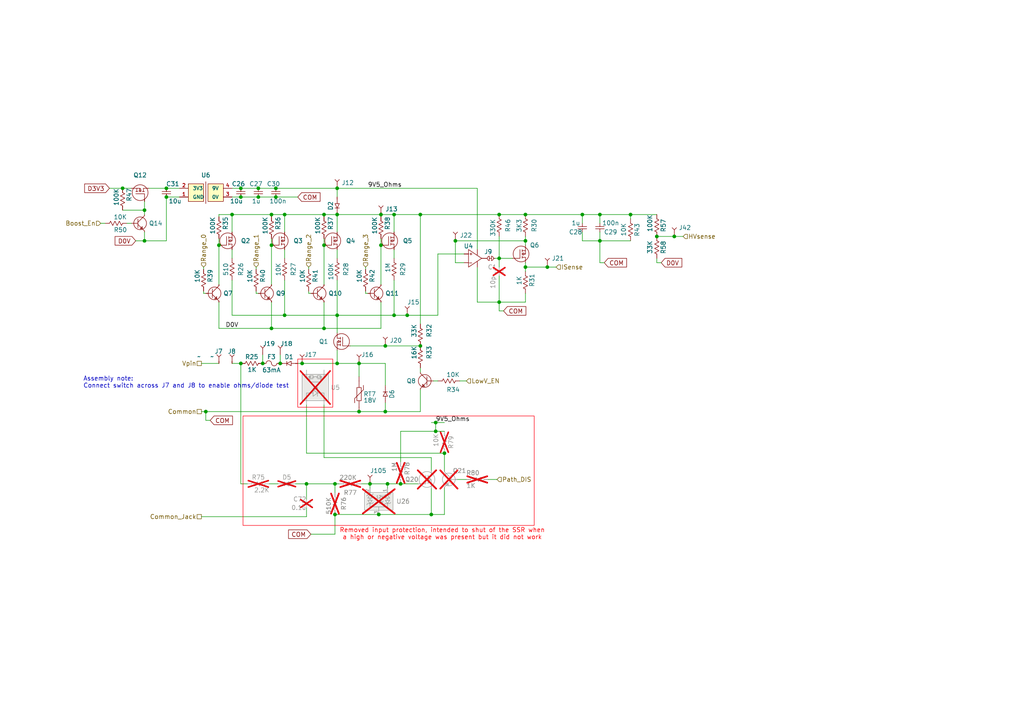
<source format=kicad_sch>
(kicad_sch (version 20231120) (generator "eeschema") (generator_version "8.0")
  (paper "A4")
  (junction (at 121.92 62.23))
  (junction (at 158.75 77.47))
  (junction (at 35.56 54.61))
  (junction (at 67.31 62.23))
  (junction (at 69.85 57.15))
  (junction (at 63.5 71.12))
  (junction (at 144.78 87.63))
  (junction (at 59.69 119.38))
  (junction (at 48.26 57.15))
  (junction (at 76.2 105.41))
  (junction (at 109.855 149.225))
  (junction (at 144.78 62.23))
  (junction (at 195.58 68.58))
  (junction (at 97.79 105.41))
  (junction (at 88.9 140.335))
  (junction (at 78.74 62.23))
  (junction (at 87.63 105.41))
  (junction (at 173.99 69.85))
  (junction (at 110.49 71.12))
  (junction (at 112.395 140.335))
  (junction (at 82.55 91.44))
  (junction (at 74.93 57.15))
  (junction (at 82.55 62.23))
  (junction (at 97.79 62.23))
  (junction (at 104.14 119.38))
  (junction (at 80.01 54.61))
  (junction (at 41.91 60.96))
  (junction (at 97.79 54.61))
  (junction (at 48.26 54.61))
  (junction (at 97.79 91.44))
  (junction (at 118.11 91.44))
  (junction (at 107.315 140.335))
  (junction (at 168.91 62.23))
  (junction (at 41.91 69.85))
  (junction (at 111.76 119.38))
  (junction (at 93.98 62.23))
  (junction (at 78.74 95.25))
  (junction (at 93.98 71.12))
  (junction (at 74.93 54.61))
  (junction (at 111.76 100.33))
  (junction (at 121.92 100.33))
  (junction (at 125.095 149.225))
  (junction (at 69.85 54.61))
  (junction (at 128.905 131.445))
  (junction (at 116.205 140.335))
  (junction (at 152.4 69.85))
  (junction (at 132.08 69.85))
  (junction (at 152.4 77.47))
  (junction (at 104.14 105.41))
  (junction (at 144.78 74.93))
  (junction (at 97.155 149.225))
  (junction (at 126.365 125.095))
  (junction (at 114.3 62.23))
  (junction (at 80.01 57.15))
  (junction (at 190.5 68.58))
  (junction (at 152.4 62.23))
  (junction (at 78.74 71.12))
  (junction (at 69.85 105.41))
  (junction (at 126.365 122.555))
  (junction (at 93.98 95.25))
  (junction (at 182.88 62.23))
  (junction (at 81.28 105.41))
  (junction (at 173.99 62.23))
  (junction (at 110.49 62.23))
  (junction (at 114.3 91.44))
  (junction (at 97.155 140.335))
  (wire (pts (xy 104.14 105.41) (xy 104.14 109.22)))
  (wire (pts (xy 152.4 77.47) (xy 158.75 77.47)))
  (wire (pts (xy 152.4 71.12) (xy 152.4 69.85)))
  (wire (pts (xy 152.4 85.09) (xy 152.4 87.63)))
  (wire (pts (xy 88.9 117.475) (xy 88.9 131.445)))
  (wire (pts (xy 93.98 62.23) (xy 97.79 62.23)))
  (wire (pts (xy 69.85 54.61) (xy 74.93 54.61)))
  (wire (pts (xy 69.85 140.335) (xy 69.85 105.41)))
  (wire (pts (xy 52.07 57.15) (xy 48.26 57.15)))
  (wire (pts (xy 112.395 140.335) (xy 116.205 140.335)))
  (wire (pts (xy 118.11 91.44) (xy 127 91.44)))
  (wire (pts (xy 121.92 107.95) (xy 121.92 106.68)))
  (wire (pts (xy 190.5 76.2) (xy 190.5 74.93)))
  (wire (pts (xy 121.92 62.23) (xy 144.78 62.23)))
  (wire (pts (xy 93.98 62.23) (xy 93.98 62.865)))
  (wire (pts (xy 97.155 154.94) (xy 97.155 149.225)))
  (wire (pts (xy 110.49 69.215) (xy 110.49 71.12)))
  (wire (pts (xy 80.645 140.335) (xy 78.105 140.335)))
  (wire (pts (xy 144.78 68.58) (xy 144.78 74.93)))
  (wire (pts (xy 110.49 62.23) (xy 114.3 62.23)))
  (wire (pts (xy 97.79 105.41) (xy 104.14 105.41)))
  (wire (pts (xy 114.3 62.23) (xy 114.3 67.31)))
  (wire (pts (xy 116.205 140.335) (xy 121.285 140.335)))
  (wire (pts (xy 168.91 69.85) (xy 173.99 69.85)))
  (wire (pts (xy 121.92 62.23) (xy 121.92 93.98)))
  (wire (pts (xy 39.37 69.85) (xy 41.91 69.85)))
  (wire (pts (xy 59.055 77.47) (xy 59.055 78.105)))
  (wire (pts (xy 128.905 149.225) (xy 125.095 149.225)))
  (wire (pts (xy 106.045 77.47) (xy 106.045 78.105)))
  (wire (pts (xy 133.35 110.49) (xy 135.255 110.49)))
  (wire (pts (xy 112.395 140.335) (xy 112.395 141.605)))
  (wire (pts (xy 138.43 77.47) (xy 138.43 87.63)))
  (wire (pts (xy 90.17 85.09) (xy 89.535 85.09)))
  (wire (pts (xy 78.74 95.25) (xy 78.74 87.63)))
  (wire (pts (xy 63.5 71.12) (xy 63.5 82.55)))
  (wire (pts (xy 125.095 132.715) (xy 93.98 132.715)))
  (wire (pts (xy 67.31 91.44) (xy 82.55 91.44)))
  (wire (pts (xy 173.99 67.31) (xy 173.99 69.85)))
  (wire (pts (xy 41.91 60.96) (xy 41.91 62.23)))
  (wire (pts (xy 168.91 62.23) (xy 173.99 62.23)))
  (wire (pts (xy 97.79 81.28) (xy 97.79 91.44)))
  (wire (pts (xy 48.26 69.85) (xy 41.91 69.85)))
  (wire (pts (xy 97.79 72.39) (xy 97.79 74.93)))
  (wire (pts (xy 86.36 57.15) (xy 80.01 57.15)))
  (wire (pts (xy 134.62 76.2) (xy 132.08 76.2)))
  (wire (pts (xy 195.58 68.58) (xy 198.12 68.58)))
  (wire (pts (xy 88.9 140.335) (xy 97.155 140.335)))
  (wire (pts (xy 97.155 140.335) (xy 98.425 140.335)))
  (wire (pts (xy 35.56 54.61) (xy 38.1 54.61)))
  (wire (pts (xy 144.78 90.17) (xy 144.78 87.63)))
  (wire (pts (xy 93.98 69.215) (xy 93.98 71.12)))
  (wire (pts (xy 152.4 62.23) (xy 168.91 62.23)))
  (wire (pts (xy 126.365 125.095) (xy 128.905 125.095)))
  (wire (pts (xy 76.2 102.87) (xy 76.2 105.41)))
  (wire (pts (xy 63.5 95.25) (xy 78.74 95.25)))
  (wire (pts (xy 132.715 139.065) (xy 135.255 139.065)))
  (wire (pts (xy 114.3 91.44) (xy 97.79 91.44)))
  (wire (pts (xy 93.98 95.25) (xy 78.74 95.25)))
  (wire (pts (xy 59.69 119.38) (xy 104.14 119.38)))
  (wire (pts (xy 82.55 81.28) (xy 82.55 91.44)))
  (wire (pts (xy 106.045 85.09) (xy 106.045 84.455)))
  (wire (pts (xy 110.49 71.12) (xy 110.49 82.55)))
  (wire (pts (xy 82.55 62.23) (xy 93.98 62.23)))
  (wire (pts (xy 69.85 57.15) (xy 74.93 57.15)))
  (wire (pts (xy 35.56 60.96) (xy 41.91 60.96)))
  (wire (pts (xy 125.095 132.715) (xy 125.095 136.525)))
  (wire (pts (xy 67.31 105.41) (xy 69.85 105.41)))
  (wire (pts (xy 173.99 69.85) (xy 182.88 69.85)))
  (wire (pts (xy 67.31 62.23) (xy 78.74 62.23)))
  (wire (pts (xy 191.77 76.2) (xy 190.5 76.2)))
  (wire (pts (xy 31.75 54.61) (xy 35.56 54.61)))
  (wire (pts (xy 63.5 62.23) (xy 63.5 62.865)))
  (wire (pts (xy 86.36 105.41) (xy 87.63 105.41)))
  (wire (pts (xy 90.17 154.94) (xy 97.155 154.94)))
  (wire (pts (xy 126.365 122.555) (xy 126.365 125.095)))
  (wire (pts (xy 80.01 54.61) (xy 97.79 54.61)))
  (wire (pts (xy 144.78 62.23) (xy 152.4 62.23)))
  (wire (pts (xy 111.76 116.84) (xy 111.76 119.38)))
  (wire (pts (xy 48.26 54.61) (xy 52.07 54.61)))
  (wire (pts (xy 97.79 62.23) (xy 110.49 62.23)))
  (wire (pts (xy 97.155 149.225) (xy 109.855 149.225)))
  (wire (pts (xy 121.92 113.03) (xy 121.92 119.38)))
  (wire (pts (xy 104.775 140.335) (xy 107.315 140.335)))
  (wire (pts (xy 152.4 69.85) (xy 152.4 68.58)))
  (wire (pts (xy 36.83 64.77) (xy 38.1 64.77)))
  (wire (pts (xy 67.31 62.23) (xy 67.31 67.31)))
  (wire (pts (xy 63.5 62.23) (xy 67.31 62.23)))
  (wire (pts (xy 111.76 105.41) (xy 104.14 105.41)))
  (wire (pts (xy 182.88 62.23) (xy 182.88 63.5)))
  (wire (pts (xy 81.28 102.87) (xy 81.28 105.41)))
  (wire (pts (xy 128.905 141.605) (xy 128.905 149.225)))
  (wire (pts (xy 132.08 69.85) (xy 152.4 69.85)))
  (wire (pts (xy 152.4 78.74) (xy 152.4 77.47)))
  (wire (pts (xy 101.6 100.33) (xy 111.76 100.33)))
  (wire (pts (xy 88.9 147.32) (xy 88.9 149.86)))
  (wire (pts (xy 63.5 69.215) (xy 63.5 71.12)))
  (wire (pts (xy 138.43 72.39) (xy 138.43 54.61)))
  (wire (pts (xy 111.76 111.76) (xy 111.76 105.41)))
  (wire (pts (xy 144.78 74.93) (xy 148.59 74.93)))
  (wire (pts (xy 41.91 69.85) (xy 41.91 67.31)))
  (wire (pts (xy 158.75 77.47) (xy 161.29 77.47)))
  (wire (pts (xy 141.605 139.065) (xy 144.145 139.065)))
  (wire (pts (xy 126.365 125.095) (xy 116.205 125.095)))
  (wire (pts (xy 107.315 140.335) (xy 107.315 141.605)))
  (wire (pts (xy 173.99 69.85) (xy 173.99 76.2)))
  (wire (pts (xy 59.69 121.92) (xy 59.69 119.38)))
  (wire (pts (xy 106.68 85.09) (xy 106.045 85.09)))
  (wire (pts (xy 110.49 95.25) (xy 93.98 95.25)))
  (wire (pts (xy 74.295 77.47) (xy 74.295 78.105)))
  (wire (pts (xy 132.08 76.2) (xy 132.08 69.85)))
  (wire (pts (xy 173.99 64.77) (xy 173.99 62.23)))
  (wire (pts (xy 93.98 132.715) (xy 93.98 117.475)))
  (wire (pts (xy 89.535 77.47) (xy 89.535 78.105)))
  (wire (pts (xy 89.535 85.09) (xy 89.535 84.455)))
  (wire (pts (xy 67.31 57.15) (xy 69.85 57.15)))
  (wire (pts (xy 127 73.66) (xy 127 91.44)))
  (wire (pts (xy 144.78 87.63) (xy 144.78 80.01)))
  (wire (pts (xy 97.155 140.335) (xy 97.155 142.875)))
  (wire (pts (xy 69.85 140.335) (xy 71.755 140.335)))
  (wire (pts (xy 82.55 72.39) (xy 82.55 74.93)))
  (wire (pts (xy 128.905 131.445) (xy 128.905 136.525)))
  (wire (pts (xy 82.55 91.44) (xy 97.79 91.44)))
  (wire (pts (xy 60.96 121.92) (xy 59.69 121.92)))
  (wire (pts (xy 109.855 149.225) (xy 125.095 149.225)))
  (wire (pts (xy 114.3 81.28) (xy 114.3 91.44)))
  (wire (pts (xy 152.4 77.47) (xy 152.4 76.2)))
  (wire (pts (xy 138.43 87.63) (xy 144.78 87.63)))
  (wire (pts (xy 67.31 54.61) (xy 69.85 54.61)))
  (wire (pts (xy 97.79 54.61) (xy 138.43 54.61)))
  (wire (pts (xy 190.5 68.58) (xy 195.58 68.58)))
  (wire (pts (xy 29.21 64.77) (xy 30.48 64.77)))
  (wire (pts (xy 97.79 54.61) (xy 97.79 57.15)))
  (wire (pts (xy 110.49 62.23) (xy 110.49 62.865)))
  (wire (pts (xy 93.98 71.12) (xy 93.98 82.55)))
  (wire (pts (xy 48.26 57.15) (xy 48.26 69.85)))
  (wire (pts (xy 78.74 62.23) (xy 78.74 62.865)))
  (wire (pts (xy 88.9 149.86) (xy 58.42 149.86)))
  (wire (pts (xy 59.69 85.09) (xy 59.055 85.09)))
  (wire (pts (xy 173.99 76.2) (xy 175.26 76.2)))
  (wire (pts (xy 85.725 140.335) (xy 88.9 140.335)))
  (wire (pts (xy 88.9 140.335) (xy 88.9 144.78)))
  (wire (pts (xy 111.76 100.33) (xy 121.92 100.33)))
  (wire (pts (xy 111.76 119.38) (xy 121.92 119.38)))
  (wire (pts (xy 97.79 101.6) (xy 97.79 105.41)))
  (wire (pts (xy 74.93 57.15) (xy 80.01 57.15)))
  (wire (pts (xy 168.91 67.31) (xy 168.91 69.85)))
  (wire (pts (xy 67.31 72.39) (xy 67.31 74.93)))
  (wire (pts (xy 78.74 69.215) (xy 78.74 71.12)))
  (wire (pts (xy 125.095 141.605) (xy 125.095 149.225)))
  (wire (pts (xy 58.42 119.38) (xy 59.69 119.38)))
  (wire (pts (xy 134.62 73.66) (xy 127 73.66)))
  (wire (pts (xy 114.3 62.23) (xy 121.92 62.23)))
  (wire (pts (xy 144.78 74.93) (xy 144.78 77.47)))
  (wire (pts (xy 63.5 87.63) (xy 63.5 95.25)))
  (wire (pts (xy 143.51 74.93) (xy 144.78 74.93)))
  (wire (pts (xy 88.9 131.445) (xy 128.905 131.445)))
  (wire (pts (xy 125.73 110.49) (xy 127 110.49)))
  (wire (pts (xy 97.79 91.44) (xy 97.79 96.52)))
  (wire (pts (xy 58.42 105.41) (xy 63.5 105.41)))
  (wire (pts (xy 104.14 119.38) (xy 111.76 119.38)))
  (wire (pts (xy 173.99 62.23) (xy 182.88 62.23)))
  (wire (pts (xy 93.98 87.63) (xy 93.98 95.25)))
  (wire (pts (xy 126.365 122.555) (xy 128.905 122.555)))
  (wire (pts (xy 82.55 62.23) (xy 82.55 67.31)))
  (wire (pts (xy 114.3 91.44) (xy 118.11 91.44)))
  (wire (pts (xy 78.74 71.12) (xy 78.74 82.55)))
  (wire (pts (xy 116.205 125.095) (xy 116.205 133.985)))
  (wire (pts (xy 74.295 85.09) (xy 74.295 84.455)))
  (wire (pts (xy 74.93 54.61) (xy 80.01 54.61)))
  (wire (pts (xy 97.79 62.23) (xy 97.79 67.31)))
  (wire (pts (xy 59.055 85.09) (xy 59.055 84.455)))
  (wire (pts (xy 110.49 87.63) (xy 110.49 95.25)))
  (wire (pts (xy 43.18 54.61) (xy 48.26 54.61)))
  (wire (pts (xy 78.74 62.23) (xy 82.55 62.23)))
  (wire (pts (xy 67.31 81.28) (xy 67.31 91.44)))
  (wire (pts (xy 144.78 87.63) (xy 152.4 87.63)))
  (wire (pts (xy 125.095 122.555) (xy 126.365 122.555)))
  (wire (pts (xy 114.3 72.39) (xy 114.3 74.93)))
  (wire (pts (xy 146.05 90.17) (xy 144.78 90.17)))
  (wire (pts (xy 107.315 140.335) (xy 112.395 140.335)))
  (wire (pts (xy 168.91 62.23) (xy 168.91 64.77)))
  (wire (pts (xy 182.88 62.23) (xy 190.5 62.23)))
  (wire (pts (xy 87.63 105.41) (xy 97.79 105.41)))
  (wire (pts (xy 74.93 85.09) (xy 74.295 85.09)))
  (wire (pts (xy 41.91 60.96) (xy 41.91 58.42)))
  (rectangle (start 70.485 120.65) (end 154.94 152.4) (stroke (width 0) (color 255 0 17 1)))
  (rectangle (start 86.36 104.14) (end 96.52 118.11) (stroke (width 0) (color 255 0 17 1)))
  (text "Assembly note:\nConnect switch across J7 and J8 to enable ohms/diode test" (at 24.13 109.22 0) (effects (font (size 1.27 1.27)) (justify left top)))
  (text "Removed input protection, intended to shut of the SSR when\na high or negative voltage was present but it did not work" (at 128.27 154.94 0) (effects (font (size 1.27 1.27))))
  (label "9V5_Ohms" (at 126.365 122.555 0))
  (label "9V5_Ohms" (at 106.68 54.61 0))
  (label "D0V" (at 65.405 95.25 0))
  (global_label "D0V" (shape input) (at 191.77 76.2 0) (property "Intersheetrefs" "${INTERSHEET_REFS}" (effects (hide yes))))
  (global_label "COM" (shape input) (at 86.36 57.15 0) (property "Intersheetrefs" "${INTERSHEET_REFS}" (effects (hide yes))))
  (global_label "COM" (shape input) (at 146.05 90.17 0) (property "Intersheetrefs" "${INTERSHEET_REFS}" (effects (hide yes))))
  (global_label "COM" (shape input) (at 60.96 121.92 0) (property "Intersheetrefs" "${INTERSHEET_REFS}" (effects (hide yes))))
  (global_label "COM" (shape input) (at 175.26 76.2 0) (property "Intersheetrefs" "${INTERSHEET_REFS}" (effects (hide yes))))
  (global_label "D0V" (shape input) (at 39.37 69.85 180) (property "Intersheetrefs" "${INTERSHEET_REFS}" (effects (hide yes))))
  (global_label "D3V3" (shape input) (at 31.75 54.61 180) (property "Intersheetrefs" "${INTERSHEET_REFS}" (effects (hide yes))))
  (global_label "COM" (shape input) (at 90.17 154.94 180) (property "Intersheetrefs" "${INTERSHEET_REFS}" (effects (hide yes))))
  (hierarchical_label "Range_1" (shape input) (at 74.295 77.47 90))
  (hierarchical_label "Vpin" (shape passive) (at 58.42 105.41 180))
  (hierarchical_label "Common_Jack" (shape passive) (at 58.42 149.86 180))
  (hierarchical_label "ISense" (shape input) (at 161.29 77.47 0))
  (hierarchical_label "HVsense" (shape input) (at 198.12 68.58 0))
  (hierarchical_label "Range_2" (shape input) (at 89.535 77.47 90))
  (hierarchical_label "Common" (shape passive) (at 58.42 119.38 180))
  (hierarchical_label "LowV_EN" (shape input) (at 135.255 110.49 0))
  (hierarchical_label "Boost_En" (shape input) (at 29.21 64.77 180))
  (hierarchical_label "Range_3" (shape input) (at 106.045 77.47 90))
  (hierarchical_label "Path_DIS" (shape input) (at 144.145 139.065 0))
  (hierarchical_label "Range_0" (shape input) (at 59.055 77.47 90))
  (symbol (lib_name "MMFTP84_1") (lib_id "AADuffy:MMFTP84") (at 96.52 69.85 0) (unit 1)
    (property "Reference" "Q4" (at 100.33 69.85 0) (effects (justify left)))
    (property "Footprint" "AADuffy:DMN65D8L-7" (effects (hide yes)))
    (property "Datasheet" "https://diotec.com/request/datasheet/mmftp84.pdf" (effects (hide yes)))
    (property "Description" "P MOSFET 60V 130mA" (effects (hide yes)))
    (property "Manufacturer Part #" "MMFTP84" (effects (hide yes)))
    (property "Manufacturer" "Diotec" (effects (hide yes)))
    (property "Supplier 1" "Digikey" (effects (hide yes)))
    (property "Supplier 1 Part #" "4878-MMFTP84CT-ND" (effects (hide yes)))
    (property "Supplier 1 Link" "https://www.digikey.com/en/products/detail/diotec-semiconductor/MMFTP84/13154778" (effects (hide yes)))
  )
  (symbol (lib_id "AADuffy:Resistor") (at 128.905 128.905 270) (unit 1) (in_bom no) (dnp yes)
    (property "Reference" "R79" (at 130.81 128.27 0))
    (property "Value" "10K" (at 125.73 125.73 0) (effects (justify left bottom)))
    (property "Footprint" "AADuffy:Resistor_0603" (effects (hide yes)))
    (property "Supplier 1" "Digikey" (effects (hide yes)))
  )
  (symbol (lib_id "AADuffy:Resistor") (at 121.92 97.79 270) (unit 1)
    (property "Reference" "R32" (at 124.46 95.885 0))
    (property "Value" "33K" (at 119.38 93.98 0) (effects (justify left bottom)))
    (property "Footprint" "AADuffy:Resistor_0603" (effects (hide yes)))
    (property "Supplier 1" "Digikey" (effects (hide yes)))
  )
  (symbol (lib_id "AADuffy:0034.6062") (at 78.74 105.41 0) (unit 1)
    (property "Reference" "F3" (at 78.74 103.505 0))
    (property "Value" "63mA" (at 78.74 107.315 0))
    (property "Footprint" "AADuffy:0034.6062" (effects (hide yes)))
    (property "Datasheet" "https://www.schurter.com/en/datasheet/typ_MSF_250.pdf" (effects (hide yes)))
    (property "Description" "63mA boad mount fuse" (effects (hide yes)))
    (property "Manufacturer Part #" "0034.6062" (effects (hide yes)))
    (property "Manufacturer" "SCHURTER" (effects (hide yes)))
    (property "Supplier 1" "Digikey" (effects (hide yes)))
    (property "Supplier 1 Part #" "486-7110-1-ND" (effects (hide yes)))
    (property "Supplier 1 Link" "https://www.digikey.com/en/products/detail/schurter-inc/0034-6062/2644554" (effects (hide yes)))
  )
  (symbol (lib_id "AADuffy:Resistor") (at 35.56 58.42 270) (unit 1)
    (property "Reference" "R47" (at 37.465 56.515 0))
    (property "Value" "100K" (at 33.02 54.61 0) (effects (justify left bottom)))
    (property "Footprint" "AADuffy:Resistor_0603" (effects (hide yes)))
    (property "Supplier 1" "Digikey" (effects (hide yes)))
  )
  (symbol (lib_id "AADuffy:Resistor") (at 190.5 71.12 90) (unit 1)
    (property "Reference" "R58" (at 192.405 71.755 0))
    (property "Value" "33K" (at 189.23 73.66 0) (effects (justify left bottom)))
    (property "Footprint" "AADuffy:Resistor_0603" (effects (hide yes)))
    (property "Supplier 1" "Digikey" (effects (hide yes)))
  )
  (symbol (lib_id "AADuffy:Resistor") (at 100.965 140.335 180) (unit 1) (in_bom no) (dnp yes)
    (property "Reference" "R77" (at 101.6 142.875 0))
    (property "Value" "220K" (at 103.505 137.795 0) (effects (justify left bottom)))
    (property "Footprint" "AADuffy:Resistor_1206" (effects (hide yes)))
    (property "Supplier 1" "Digikey" (effects (hide yes)))
  )
  (symbol (lib_id "AADuffy:Resistor") (at 116.205 137.795 270) (unit 1) (in_bom no) (dnp yes)
    (property "Reference" "R78" (at 118.11 135.89 0))
    (property "Value" "1M" (at 113.665 133.985 0) (effects (justify left bottom)))
    (property "Footprint" "AADuffy:Resistor_0603" (effects (hide yes)))
    (property "Supplier 1" "Digikey" (effects (hide yes)))
  )
  (symbol (lib_id "AADuffy:Test_Point_Square_30mil") (at 76.2 102.87 0) (unit 1)
    (property "Reference" "J19" (at 76.2 99.695 0) (effects (justify left)))
    (property "Footprint" "AADuffy:Test_Pad_30x30mil" (effects (hide yes)))
    (property "Supplier 1" "Digikey" (effects (hide yes)))
  )
  (symbol (lib_id "AADuffy:MMFTP84") (at 81.28 69.85 0) (unit 1)
    (property "Reference" "Q3" (at 85.09 69.85 0) (effects (justify left)))
    (property "Footprint" "AADuffy:DMN65D8L-7" (effects (hide yes)))
    (property "Datasheet" "https://diotec.com/request/datasheet/mmftp84.pdf" (effects (hide yes)))
    (property "Description" "P MOSFET 60V 130mA" (effects (hide yes)))
    (property "Manufacturer Part #" "MMFTP84" (effects (hide yes)))
    (property "Manufacturer" "Diotec" (effects (hide yes)))
    (property "Supplier 1" "Digikey" (effects (hide yes)))
    (property "Supplier 1 Part #" "4878-MMFTP84CT-ND" (effects (hide yes)))
    (property "Supplier 1 Link" "https://www.digikey.com/en/products/detail/diotec-semiconductor/MMFTP84/13154778" (effects (hide yes)))
  )
  (symbol (lib_id "AADuffy:Cap_TH") (at 88.9 146.05 270) (unit 1) (in_bom no) (dnp yes)
    (property "Reference" "C72" (at 88.9 144.78 90) (effects (justify right)))
    (property "Value" "0.1u" (at 84.455 147.955 90) (effects (justify left bottom)))
    (property "Footprint" "AADuffy:Cap_TH_Film_0.3Spc" (effects (hide yes)))
  )
  (symbol (lib_id "AADuffy:Resistor") (at 139.065 139.065 0) (unit 1) (in_bom no) (dnp yes)
    (property "Reference" "R80" (at 137.16 137.16 0))
    (property "Value" "1K" (at 135.255 141.605 0) (effects (justify left bottom)))
    (property "Footprint" "AADuffy:Resistor_0603" (effects (hide yes)))
    (property "Supplier 1" "Digikey" (effects (hide yes)))
  )
  (symbol (lib_id "AADuffy:Resistor") (at 78.74 66.675 270) (unit 1)
    (property "Reference" "R36" (at 80.645 64.77 0))
    (property "Value" "100K" (at 76.2 62.865 0) (effects (justify left bottom)))
    (property "Footprint" "AADuffy:Resistor_0603" (effects (hide yes)))
    (property "Supplier 1" "Digikey" (effects (hide yes)))
  )
  (symbol (lib_id "AADuffy:0603_Jumper_NC") (at 142.24 74.93 0) (unit 1) (in_bom no)
    (property "Reference" "J9" (at 141.605 73.025 0))
    (property "Value" "NC" (effects (hide yes)))
    (property "Footprint" "AADuffy:Jumper_0603" (effects (hide yes)))
    (property "Description" "0603 footprint shorted by default" (effects (hide yes)))
    (property "Manufacturer Part #" "N/A" (effects (hide yes)))
  )
  (symbol (lib_id "AADuffy:Resistor") (at 82.55 78.74 270) (unit 1)
    (property "Reference" "R27" (at 85.09 78.105 0))
    (property "Value" "10K" (at 80.01 76.2 0) (effects (justify left bottom)))
    (property "Footprint" "AADuffy:Resistor_1206" (effects (hide yes)))
    (property "Supplier 1" "Digikey" (effects (hide yes)))
  )
  (symbol (lib_id "AADuffy:Test_Point_Square_30mil") (at 87.63 105.41 0) (unit 1)
    (property "Reference" "J17" (at 88.265 102.87 0) (effects (justify left)))
    (property "Footprint" "AADuffy:Test_Pad_30x30mil" (effects (hide yes)))
    (property "Supplier 1" "Digikey" (effects (hide yes)))
  )
  (symbol (lib_id "AADuffy:AB30S") (at 91.44 112.395 90) (unit 1) (exclude_from_sim yes) (in_bom no) (on_board no) (dnp yes)
    (property "Reference" "U5" (at 95.885 112.395 90) (effects (justify right)))
    (property "Footprint" "AADuffy:AB30S" (effects (hide yes)))
    (property "Datasheet" "https://mm.digikey.com/Volume0/opasdata/d220001/medias/docus/4847/DS_3008_30%20Series.pdf" (effects (hide yes)))
    (property "Description" "SSR 100mA 400V SPST Opto" (effects (hide yes)))
    (property "Manufacturer Part #" "AB30S" (effects (hide yes)))
    (property "Manufacturer" "Bright Toward Industrial Co" (effects (hide yes)))
    (property "Supplier 1" "Digikey" (effects (hide yes)))
    (property "Supplier 1 Part #" "3008-AB30S-ND" (effects (hide yes)))
    (property "Supplier 1 Link" "https://www.digikey.com/en/products/detail/bright-toward-industrial-co-ltd/AB30S/13556936" (effects (hide yes)))
  )
  (symbol (lib_id "AADuffy:Cap_SMD") (at 48.26 55.88 270) (unit 1)
    (property "Reference" "C31" (at 52.07 53.34 90) (effects (justify right)))
    (property "Value" "10u" (at 48.895 59.055 90) (effects (justify left bottom)))
    (property "Footprint" "AADuffy:Cap_SMD_1206" (effects (hide yes)))
  )
  (symbol (lib_id "AADuffy:Test_Point_Square_30mil") (at 110.49 62.23 0) (unit 1)
    (property "Reference" "J13" (at 111.76 60.6425 0) (effects (justify left)))
    (property "Footprint" "AADuffy:Test_Pad_30x30mil" (effects (hide yes)))
    (property "Supplier 1" "Digikey" (effects (hide yes)))
  )
  (symbol (lib_id "AADuffy:Test_Point_Square_30mil") (at 158.75 77.47 0) (unit 1)
    (property "Reference" "J21" (at 160.02 74.93 0) (effects (justify left)))
    (property "Footprint" "AADuffy:Test_Pad_30x30mil" (effects (hide yes)))
    (property "Supplier 1" "Digikey" (effects (hide yes)))
  )
  (symbol (lib_id "AADuffy:1N4007FL") (at 97.79 59.69 270) (unit 1)
    (property "Reference" "D2" (at 95.885 59.69 0))
    (property "Value" "1N4007FL" (effects (hide yes)))
    (property "Footprint" "AADuffy:1N4007FL" (effects (hide yes)))
    (property "Datasheet" "https://www.smc-diodes.com/propdf/1N4001FL-1N4007FL%20N1646%20REV.A.pdf" (effects (hide yes)))
    (property "Description" "DIODE GEN PURP 1KV 1A SOD123FL" (effects (hide yes)))
    (property "Manufacturer Part #" "1N4007FL" (effects (hide yes)))
    (property "Manufacturer" "SMC" (effects (hide yes)))
    (property "Supplier 1" "Digikey" (effects (hide yes)))
    (property "Supplier 1 Part #" "1655-1N4007FLCT-ND" (effects (hide yes)))
    (property "Supplier 1 Link" "https://www.digikey.com/en/products/detail/smc-diode-solutions/1N4007FL/11657817" (effects (hide yes)))
  )
  (symbol (lib_id "AADuffy:MMBT3904") (at 62.23 85.09 0) (unit 1)
    (property "Reference" "Q7" (at 64.77 85.09 0) (effects (justify left)))
    (property "Footprint" "AADuffy:SOT23-3" (effects (hide yes)))
    (property "Datasheet" "https://www.mccsemi.com/pdf/Products/MMBT3904(SOT-23).pdf" (effects (hide yes)))
    (property "Description" "NPN_40V_200mA_250mW_300MHz" (effects (hide yes)))
    (property "Manufacturer Part #" "MMBT3904-TP" (effects (hide yes)))
    (property "Manufacturer" "Micro Commercial" (effects (hide yes)))
    (property "Supplier 1" "Digikey" (effects (hide yes)))
    (property "Supplier 1 Part #" "MMBT3904TPMSCT-ND" (effects (hide yes)))
    (property "Supplier 1 Link" "https://www.digikey.com/en/products/detail/micro-commercial-co/MMBT3904-TP/717280" (effects (hide yes)))
  )
  (symbol (lib_id "AADuffy:MOV") (at 104.14 114.3 270) (unit 1)
    (property "Reference" "RT7" (at 105.41 114.3 90) (effects (justify left)))
    (property "Value" "18V" (at 105.41 116.84 90) (effects (justify left bottom)))
    (property "Footprint" "AADuffy:MOV_0805" (effects (hide yes)))
    (property "Supplier 1" "Digikey" (effects (hide yes)))
  )
  (symbol (lib_id "AADuffy:Resistor") (at 110.49 66.675 270) (unit 1)
    (property "Reference" "R38" (at 112.395 64.77 0))
    (property "Value" "100K" (at 107.95 62.865 0) (effects (justify left bottom)))
    (property "Footprint" "AADuffy:Resistor_0603" (effects (hide yes)))
    (property "Supplier 1" "Digikey" (effects (hide yes)))
  )
  (symbol (lib_id "AADuffy:Test_Point_Square_30mil") (at 118.11 91.44 0) (unit 1)
    (property "Reference" "J15" (at 118.11 87.63 0) (effects (justify left)))
    (property "Footprint" "AADuffy:Test_Pad_30x30mil" (effects (hide yes)))
    (property "Supplier 1" "Digikey" (effects (hide yes)))
  )
  (symbol (lib_id "AADuffy:Resistor") (at 63.5 66.675 270) (unit 1)
    (property "Reference" "R35" (at 65.405 64.77 0))
    (property "Value" "100K" (at 60.96 62.865 0) (effects (justify left bottom)))
    (property "Footprint" "AADuffy:Resistor_0603" (effects (hide yes)))
    (property "Supplier 1" "Digikey" (effects (hide yes)))
  )
  (symbol (lib_id "AADuffy:1N4007FL") (at 83.185 140.335 180) (unit 1) (in_bom no) (on_board no) (dnp yes)
    (property "Reference" "D5" (at 83.185 138.43 0))
    (property "Value" "1N4007FL" (effects (hide yes)))
    (property "Footprint" "AADuffy:1N4007FL" (effects (hide yes)))
    (property "Datasheet" "https://www.smc-diodes.com/propdf/1N4001FL-1N4007FL%20N1646%20REV.A.pdf" (effects (hide yes)))
    (property "Description" "DIODE GEN PURP 1KV 1A SOD123FL" (effects (hide yes)))
    (property "Manufacturer Part #" "1N4007FL" (effects (hide yes)))
    (property "Manufacturer" "SMC" (effects (hide yes)))
    (property "Supplier 1" "Digikey" (effects (hide yes)))
    (property "Supplier 1 Part #" "1655-1N4007FLCT-ND" (effects (hide yes)))
    (property "Supplier 1 Link" "https://www.digikey.com/en/products/detail/smc-diode-solutions/1N4007FL/11657817" (effects (hide yes)))
  )
  (symbol (lib_id "AADuffy:Resistor") (at 144.78 66.04 270) (unit 1)
    (property "Reference" "R46" (at 147.32 65.405 0))
    (property "Value" "330K" (at 142.24 63.5 0) (effects (justify left bottom)))
    (property "Footprint" "AADuffy:Resistor_0603" (effects (hide yes)))
    (property "Supplier 1" "Digikey" (effects (hide yes)))
  )
  (symbol (lib_id "AADuffy:Resistor") (at 97.155 146.685 270) (unit 1) (in_bom no) (dnp yes)
    (property "Reference" "R76" (at 99.695 146.05 0))
    (property "Value" "510K" (at 94.615 144.145 0) (effects (justify left bottom)))
    (property "Footprint" "AADuffy:Resistor_1206" (effects (hide yes)))
    (property "Supplier 1" "Digikey" (effects (hide yes)))
  )
  (symbol (lib_id "AADuffy:MMBT3904") (at 92.71 85.09 0) (unit 1)
    (property "Reference" "Q10" (at 95.25 85.09 0) (effects (justify left)))
    (property "Footprint" "AADuffy:SOT23-3" (effects (hide yes)))
    (property "Datasheet" "https://www.mccsemi.com/pdf/Products/MMBT3904(SOT-23).pdf" (effects (hide yes)))
    (property "Description" "NPN_40V_200mA_250mW_300MHz" (effects (hide yes)))
    (property "Manufacturer Part #" "MMBT3904-TP" (effects (hide yes)))
    (property "Manufacturer" "Micro Commercial" (effects (hide yes)))
    (property "Supplier 1" "Digikey" (effects (hide yes)))
    (property "Supplier 1 Part #" "MMBT3904TPMSCT-ND" (effects (hide yes)))
    (property "Supplier 1 Link" "https://www.digikey.com/en/products/detail/micro-commercial-co/MMBT3904-TP/717280" (effects (hide yes)))
  )
  (symbol (lib_id "AADuffy:Resistor") (at 75.565 140.335 0) (unit 1) (in_bom no) (on_board no) (dnp yes)
    (property "Reference" "R75" (at 74.93 138.43 0))
    (property "Value" "2.2K" (at 73.66 142.875 0) (effects (justify left bottom)))
    (property "Footprint" "AADuffy:Resistor_1W_Thru_Wide" (effects (hide yes)))
    (property "Supplier 1" "Digikey" (effects (hide yes)))
  )
  (symbol (lib_id "AADuffy:Resistor") (at 67.31 78.74 270) (unit 1)
    (property "Reference" "R26" (at 69.85 78.105 0))
    (property "Value" "510" (at 64.77 76.2 0) (effects (justify left bottom)))
    (property "Footprint" "AADuffy:Resistor_1206" (effects (hide yes)))
    (property "Supplier 1" "Digikey" (effects (hide yes)))
  )
  (symbol (lib_id "AADuffy:Resistor") (at 152.4 82.55 270) (unit 1)
    (property "Reference" "R31" (at 154.305 81.28 0))
    (property "Value" "1K" (at 149.86 80.01 0) (effects (justify left bottom)))
    (property "Footprint" "AADuffy:Resistor_0603" (effects (hide yes)))
    (property "Supplier 1" "Digikey" (effects (hide yes)))
  )
  (symbol (lib_id "AADuffy:MMBT3904") (at 77.47 85.09 0) (unit 1)
    (property "Reference" "Q9" (at 80.01 85.09 0) (effects (justify left)))
    (property "Footprint" "AADuffy:SOT23-3" (effects (hide yes)))
    (property "Datasheet" "https://www.mccsemi.com/pdf/Products/MMBT3904(SOT-23).pdf" (effects (hide yes)))
    (property "Description" "NPN_40V_200mA_250mW_300MHz" (effects (hide yes)))
    (property "Manufacturer Part #" "MMBT3904-TP" (effects (hide yes)))
    (property "Manufacturer" "Micro Commercial" (effects (hide yes)))
    (property "Supplier 1" "Digikey" (effects (hide yes)))
    (property "Supplier 1 Part #" "MMBT3904TPMSCT-ND" (effects (hide yes)))
    (property "Supplier 1 Link" "https://www.digikey.com/en/products/detail/micro-commercial-co/MMBT3904-TP/717280" (effects (hide yes)))
  )
  (symbol (lib_id "AADuffy:Resistor") (at 152.4 66.04 270) (unit 1)
    (property "Reference" "R30" (at 154.94 65.405 0))
    (property "Value" "3K3" (at 149.86 63.5 0) (effects (justify left bottom)))
    (property "Footprint" "AADuffy:Resistor_0603" (effects (hide yes)))
    (property "Supplier 1" "Digikey" (effects (hide yes)))
  )
  (symbol (lib_id "AADuffy:Cap_SMD") (at 69.85 55.88 270) (unit 1)
    (property "Reference" "C26" (at 71.12 53.34 90) (effects (justify right)))
    (property "Value" "10u" (at 66.675 59.055 90) (effects (justify left bottom)))
    (property "Footprint" "AADuffy:Cap_SMD_1206" (effects (hide yes)))
  )
  (symbol (lib_id "AADuffy:Test_Point_Square_30mil") (at 97.79 54.61 0) (unit 1)
    (property "Reference" "J12" (at 99.06 53.0225 0) (effects (justify left)))
    (property "Footprint" "AADuffy:Test_Pad_30x30mil" (effects (hide yes)))
    (property "Supplier 1" "Digikey" (effects (hide yes)))
  )
  (symbol (lib_id "AADuffy:1N4007FL") (at 83.82 105.41 180) (unit 1)
    (property "Reference" "D1" (at 83.82 103.505 0))
    (property "Value" "1N4007FL" (effects (hide yes)))
    (property "Footprint" "AADuffy:1N4007FL" (effects (hide yes)))
    (property "Datasheet" "https://www.smc-diodes.com/propdf/1N4001FL-1N4007FL%20N1646%20REV.A.pdf" (effects (hide yes)))
    (property "Description" "DIODE GEN PURP 1KV 1A SOD123FL" (effects (hide yes)))
    (property "Manufacturer Part #" "1N4007FL" (effects (hide yes)))
    (property "Manufacturer" "SMC" (effects (hide yes)))
    (property "Supplier 1" "Digikey" (effects (hide yes)))
    (property "Supplier 1 Part #" "1655-1N4007FLCT-ND" (effects (hide yes)))
    (property "Supplier 1 Link" "https://www.digikey.com/en/products/detail/smc-diode-solutions/1N4007FL/11657817" (effects (hide yes)))
  )
  (symbol (lib_id "AADuffy:LMC7101BYM5-TR") (at 137.16 74.93 0) (unit 1)
    (property "Reference" "U4" (at 135.89 71.3741 0))
    (property "Footprint" "AADuffy:SOT23-5_LMC7101BYM5-TR" (effects (hide yes)))
    (property "Datasheet" "https://ww1.microchip.com/downloads/en/DeviceDoc/LMC7101-Low-Power-Operational-Amplifier-DS20006282A.pdf" (effects (hide yes)))
    (property "Description" "Opamp_1pA_110uV_500kHz_12Vcc" (effects (hide yes)))
    (property "Manufacturer Part #" "LMC7101BYM5-TR" (effects (hide yes)))
    (property "Manufacturer" "Microchip" (effects (hide yes)))
    (property "Supplier 1" "Digikey" (effects (hide yes)))
    (property "Supplier 1 Part #" "576-2575-1-ND" (effects (hide yes)))
    (property "Supplier 1 Link" "https://www.digikey.com/en/products/detail/microchip-technology/LMC7101BYM5-TR/1027708" (effects (hide yes)))
  )
  (symbol (lib_id "AADuffy:Resistor") (at 182.88 66.04 90) (unit 1)
    (property "Reference" "R43" (at 184.785 66.675 0))
    (property "Value" "10K" (at 181.61 68.58 0) (effects (justify left bottom)))
    (property "Footprint" "AADuffy:Resistor_0603" (effects (hide yes)))
    (property "Supplier 1" "Digikey" (effects (hide yes)))
  )
  (symbol (lib_id "AADuffy:1N4007FL") (at 111.76 114.3 90) (unit 1)
    (property "Reference" "D6" (at 113.665 114.3 0))
    (property "Value" "1N4007FL" (effects (hide yes)))
    (property "Footprint" "AADuffy:1N4007FL" (effects (hide yes)))
    (property "Datasheet" "https://www.smc-diodes.com/propdf/1N4001FL-1N4007FL%20N1646%20REV.A.pdf" (effects (hide yes)))
    (property "Description" "DIODE GEN PURP 1KV 1A SOD123FL" (effects (hide yes)))
    (property "Manufacturer Part #" "1N4007FL" (effects (hide yes)))
    (property "Manufacturer" "SMC" (effects (hide yes)))
    (property "Supplier 1" "Digikey" (effects (hide yes)))
    (property "Supplier 1 Part #" "1655-1N4007FLCT-ND" (effects (hide yes)))
    (property "Supplier 1 Link" "https://www.digikey.com/en/products/detail/smc-diode-solutions/1N4007FL/11657817" (effects (hide yes)))
  )
  (symbol (lib_name "MMFTP84_2") (lib_id "AADuffy:MMFTP84") (at 113.03 69.85 0) (unit 1)
    (property "Reference" "Q5" (at 116.84 69.85 0) (effects (justify left)))
    (property "Footprint" "AADuffy:DMN65D8L-7" (effects (hide yes)))
    (property "Datasheet" "https://diotec.com/request/datasheet/mmftp84.pdf" (effects (hide yes)))
    (property "Description" "P MOSFET 60V 130mA" (effects (hide yes)))
    (property "Manufacturer Part #" "MMFTP84" (effects (hide yes)))
    (property "Manufacturer" "Diotec" (effects (hide yes)))
    (property "Supplier 1" "Digikey" (effects (hide yes)))
    (property "Supplier 1 Part #" "4878-MMFTP84CT-ND" (effects (hide yes)))
    (property "Supplier 1 Link" "https://www.digikey.com/en/products/detail/diotec-semiconductor/MMFTP84/13154778" (effects (hide yes)))
  )
  (symbol (lib_id "AADuffy:Resistor") (at 74.295 81.915 270) (unit 1)
    (property "Reference" "R40" (at 76.2 80.01 0))
    (property "Value" "10K" (at 71.755 78.105 0) (effects (justify left bottom)))
    (property "Footprint" "AADuffy:Resistor_0603" (effects (hide yes)))
    (property "Supplier 1" "Digikey" (effects (hide yes)))
  )
  (symbol (lib_id "AADuffy:Cap_SMD") (at 74.93 55.88 270) (unit 1)
    (property "Reference" "C27" (at 76.2 53.34 90) (effects (justify right)))
    (property "Value" "1u" (at 73.025 59.055 90) (effects (justify left bottom)))
    (property "Footprint" "AADuffy:Cap_SMD_1206" (effects (hide yes)))
  )
  (symbol (lib_id "AADuffy:Test_Point_Square_30mil") (at 104.14 105.41 0) (unit 1)
    (property "Reference" "J16" (at 104.775 102.87 0) (effects (justify left)))
    (property "Footprint" "AADuffy:Test_Pad_30x30mil" (effects (hide yes)))
    (property "Supplier 1" "Digikey" (effects (hide yes)))
  )
  (symbol (lib_id "AADuffy:DMN65D8L-7") (at 123.825 139.065 0) (unit 1) (in_bom no) (dnp yes)
    (property "Reference" "Q20" (at 117.475 139.065 0) (effects (justify left)))
    (property "Footprint" "AADuffy:DMN65D8L-7" (effects (hide yes)))
    (property "Datasheet" "https://www.diodes.com/assets/Datasheets/DMN65D8L.pdf" (effects (hide yes)))
    (property "Description" "N MOSFET 60V 310mA" (effects (hide yes)))
    (property "Manufacturer Part #" "DMN65D8L-7" (effects (hide yes)))
    (property "Manufacturer" "Diodes Incorporated" (effects (hide yes)))
    (property "Supplier 1" "Digikey" (effects (hide yes)))
    (property "Supplier 1 Part #" "DMN65D8L-7DICT-ND" (effects (hide yes)))
    (property "Supplier 1 Link" "https://www.digikey.com/en/products/detail/diodes-incorporated/DMN65D8L-7/3678136" (effects (hide yes)))
  )
  (symbol (lib_id "AADuffy:Resistor") (at 59.055 81.915 270) (unit 1)
    (property "Reference" "R39" (at 60.96 80.01 0))
    (property "Value" "10K" (at 56.515 78.105 0) (effects (justify left bottom)))
    (property "Footprint" "AADuffy:Resistor_0603" (effects (hide yes)))
    (property "Supplier 1" "Digikey" (effects (hide yes)))
  )
  (symbol (lib_name "MMBT3904_1") (lib_id "AADuffy:MMBT3904") (at 123.19 110.49 0) (mirror y) (unit 1)
    (property "Reference" "Q8" (at 120.65 110.49 0) (effects (justify left)))
    (property "Footprint" "AADuffy:SOT23-3" (effects (hide yes)))
    (property "Datasheet" "https://www.mccsemi.com/pdf/Products/MMBT3904(SOT-23).pdf" (effects (hide yes)))
    (property "Description" "NPN_40V_200mA_250mW_300MHz" (effects (hide yes)))
    (property "Manufacturer Part #" "MMBT3904-TP" (effects (hide yes)))
    (property "Manufacturer" "Micro Commercial" (effects (hide yes)))
    (property "Supplier 1" "Digikey" (effects (hide yes)))
    (property "Supplier 1 Part #" "MMBT3904TPMSCT-ND" (effects (hide yes)))
    (property "Supplier 1 Link" "https://www.digikey.com/en/products/detail/micro-commercial-co/MMBT3904-TP/717280" (effects (hide yes)))
  )
  (symbol (lib_id "AADuffy:Cap_SMD") (at 144.78 78.74 270) (unit 1) (dnp yes)
    (property "Reference" "C1" (at 144.145 77.47 90) (effects (justify right)))
    (property "Value" "10p" (at 142.24 80.01 0) (effects (justify left bottom)))
    (property "Footprint" "AADuffy:Cap_SMD_0603" (effects (hide yes)))
  )
  (symbol (lib_id "AADuffy:Test_Point_Square_30mil") (at 111.76 100.33 0) (unit 1)
    (property "Reference" "J20" (at 113.03 98.7425 0) (effects (justify left)))
    (property "Footprint" "AADuffy:Test_Pad_30x30mil" (effects (hide yes)))
    (property "Supplier 1" "Digikey" (effects (hide yes)))
  )
  (symbol (lib_id "AADuffy:Test_Point_Square_30mil") (at 132.08 69.85 0) (unit 1)
    (property "Reference" "J22" (at 133.35 68.2625 0) (effects (justify left)))
    (property "Footprint" "AADuffy:Test_Pad_30x30mil" (effects (hide yes)))
    (property "Supplier 1" "Digikey" (effects (hide yes)))
  )
  (symbol (lib_id "AADuffy:Header_Pin_01x01") (at 67.31 105.41 0) (unit 1)
    (property "Reference" "J8" (at 66.04 101.9175 0) (effects (justify left)))
    (property "Value" "~" (at 60.96 104.14 0) (effects (justify left bottom)))
    (property "Footprint" "AADuffy:Header_Pin_01x01" (effects (hide yes)))
    (property "Supplier 1" "Digikey" (effects (hide yes)))
  )
  (symbol (lib_id "AADuffy:Resistor") (at 73.66 105.41 0) (unit 1)
    (property "Reference" "R25" (at 73.025 103.505 0))
    (property "Value" "1K" (at 71.755 107.95 0) (effects (justify left bottom)))
    (property "Footprint" "AADuffy:Resistor_1W_Thru_Wide" (effects (hide yes)))
    (property "Supplier 1" "Digikey" (effects (hide yes)))
  )
  (symbol (lib_id "AADuffy:Resistor") (at 106.045 81.915 270) (unit 1)
    (property "Reference" "R42" (at 107.95 80.01 0))
    (property "Value" "10K" (at 103.505 78.105 0) (effects (justify left bottom)))
    (property "Footprint" "AADuffy:Resistor_0603" (effects (hide yes)))
    (property "Supplier 1" "Digikey" (effects (hide yes)))
  )
  (symbol (lib_name "MMFTP84_4") (lib_id "AADuffy:MMFTP84") (at 151.13 73.66 0) (unit 1)
    (property "Reference" "Q6" (at 153.67 71.12 0) (effects (justify left)))
    (property "Footprint" "AADuffy:DMN65D8L-7" (effects (hide yes)))
    (property "Datasheet" "https://diotec.com/request/datasheet/mmftp84.pdf" (effects (hide yes)))
    (property "Description" "P MOSFET 60V 130mA" (effects (hide yes)))
    (property "Manufacturer Part #" "MMFTP84" (effects (hide yes)))
    (property "Manufacturer" "Diotec" (effects (hide yes)))
    (property "Supplier 1" "Digikey" (effects (hide yes)))
    (property "Supplier 1 Part #" "4878-MMFTP84CT-ND" (effects (hide yes)))
    (property "Supplier 1 Link" "https://www.digikey.com/en/products/detail/diotec-semiconductor/MMFTP84/13154778" (effects (hide yes)))
  )
  (symbol (lib_id "AADuffy:Resistor") (at 190.5 64.77 90) (unit 1)
    (property "Reference" "R57" (at 192.405 65.405 0))
    (property "Value" "100K" (at 189.23 67.31 0) (effects (justify left bottom)))
    (property "Footprint" "AADuffy:Resistor_0603" (effects (hide yes)))
    (property "Supplier 1" "Digikey" (effects (hide yes)))
  )
  (symbol (lib_id "AADuffy:Header_Pin_01x01") (at 63.5 105.41 0) (unit 1)
    (property "Reference" "J7" (at 62.23 101.9175 0) (effects (justify left)))
    (property "Value" "~" (at 57.15 104.14 0) (effects (justify left bottom)))
    (property "Footprint" "AADuffy:Header_Pin_01x01" (effects (hide yes)))
    (property "Supplier 1" "Digikey" (effects (hide yes)))
  )
  (symbol (lib_id "AADuffy:B0309S-1WR3") (at 59.69 55.88 0) (unit 1)
    (property "Reference" "U6" (at 59.69 50.8 0))
    (property "Footprint" "AADuffy:B0309S-1WR3" (effects (hide yes)))
    (property "Datasheet" "https://www.mornsun-power.com/html/pdf/B0309S-1WR3.html" (effects (hide yes)))
    (property "Description" "3.3V to 9V isolated switching converter" (effects (hide yes)))
    (property "Manufacturer Part #" "B0309S-1WR3" (effects (hide yes)))
    (property "Manufacturer" "Morsun" (effects (hide yes)))
    (property "Supplier 1" "Digikey" (effects (hide yes)))
    (property "Supplier 1 Part #" "2725-B0309S-1WR3-ND" (effects (hide yes)))
    (property "Supplier 1 Link" "https://www.digikey.com/en/products/detail/mornsun-america-llc/B0309S-1WR3/16348306" (effects (hide yes)))
  )
  (symbol (lib_id "AADuffy:Resistor") (at 97.79 78.74 270) (unit 1)
    (property "Reference" "R28" (at 100.33 78.105 0))
    (property "Value" "100K" (at 95.25 76.2 0) (effects (justify left bottom)))
    (property "Footprint" "AADuffy:Resistor_1206" (effects (hide yes)))
    (property "Supplier 1" "Digikey" (effects (hide yes)))
  )
  (symbol (lib_id "AADuffy:Resistor") (at 33.02 64.77 180) (unit 1)
    (property "Reference" "R50" (at 34.925 66.675 0))
    (property "Value" "10K" (at 36.83 62.23 0) (effects (justify left bottom)))
    (property "Footprint" "AADuffy:Resistor_0603" (effects (hide yes)))
    (property "Supplier 1" "Digikey" (effects (hide yes)))
  )
  (symbol (lib_id "AADuffy:Cap_SMD") (at 168.91 66.04 270) (unit 1)
    (property "Reference" "C28" (at 168.91 67.31 90) (effects (justify right)))
    (property "Value" "1u" (at 165.735 65.405 90) (effects (justify left bottom)))
    (property "Footprint" "AADuffy:Cap_SMD_1206" (effects (hide yes)))
  )
  (symbol (lib_id "AADuffy:Cap_SMD") (at 173.99 66.04 270) (unit 1)
    (property "Reference" "C29" (at 179.07 67.31 90) (effects (justify right)))
    (property "Value" "100n" (at 174.625 65.405 90) (effects (justify left bottom)))
    (property "Footprint" "AADuffy:Cap_SMD_0603" (effects (hide yes)))
  )
  (symbol (lib_id "AADuffy:Resistor") (at 93.98 66.675 270) (unit 1)
    (property "Reference" "R37" (at 95.885 64.77 0))
    (property "Value" "100K" (at 91.44 62.865 0) (effects (justify left bottom)))
    (property "Footprint" "AADuffy:Resistor_0603" (effects (hide yes)))
    (property "Supplier 1" "Digikey" (effects (hide yes)))
  )
  (symbol (lib_name "MMFTP84_3") (lib_id "AADuffy:MMFTP84") (at 40.64 55.88 90) (unit 1)
    (property "Reference" "Q12" (at 40.64 50.8 90))
    (property "Footprint" "AADuffy:DMN65D8L-7" (effects (hide yes)))
    (property "Datasheet" "https://diotec.com/request/datasheet/mmftp84.pdf" (effects (hide yes)))
    (property "Description" "P MOSFET 60V 130mA" (effects (hide yes)))
    (property "Manufacturer Part #" "MMFTP84" (effects (hide yes)))
    (property "Manufacturer" "Diotec" (effects (hide yes)))
    (property "Supplier 1" "Digikey" (effects (hide yes)))
    (property "Supplier 1 Part #" "4878-MMFTP84CT-ND" (effects (hide yes)))
    (property "Supplier 1 Link" "https://www.digikey.com/en/products/detail/diotec-semiconductor/MMFTP84/13154778" (effects (hide yes)))
  )
  (symbol (lib_id "AADuffy:Resistor") (at 121.92 104.14 270) (unit 1)
    (property "Reference" "R33" (at 124.46 102.235 0))
    (property "Value" "16K" (at 119.38 100.33 0) (effects (justify left bottom)))
    (property "Footprint" "AADuffy:Resistor_0603" (effects (hide yes)))
    (property "Supplier 1" "Digikey" (effects (hide yes)))
  )
  (symbol (lib_id "AADuffy:MMBT3904") (at 109.22 85.09 0) (unit 1)
    (property "Reference" "Q11" (at 111.76 85.09 0) (effects (justify left)))
    (property "Footprint" "AADuffy:SOT23-3" (effects (hide yes)))
    (property "Datasheet" "https://www.mccsemi.com/pdf/Products/MMBT3904(SOT-23).pdf" (effects (hide yes)))
    (property "Description" "NPN_40V_200mA_250mW_300MHz" (effects (hide yes)))
    (property "Manufacturer Part #" "MMBT3904-TP" (effects (hide yes)))
    (property "Manufacturer" "Micro Commercial" (effects (hide yes)))
    (property "Supplier 1" "Digikey" (effects (hide yes)))
    (property "Supplier 1 Part #" "MMBT3904TPMSCT-ND" (effects (hide yes)))
    (property "Supplier 1 Link" "https://www.digikey.com/en/products/detail/micro-commercial-co/MMBT3904-TP/717280" (effects (hide yes)))
  )
  (symbol (lib_id "AADuffy:MMBT3904") (at 40.64 64.77 0) (unit 1)
    (property "Reference" "Q14" (at 43.18 64.77 0) (effects (justify left)))
    (property "Footprint" "AADuffy:SOT23-3" (effects (hide yes)))
    (property "Datasheet" "https://www.mccsemi.com/pdf/Products/MMBT3904(SOT-23).pdf" (effects (hide yes)))
    (property "Description" "NPN_40V_200mA_250mW_300MHz" (effects (hide yes)))
    (property "Manufacturer Part #" "MMBT3904-TP" (effects (hide yes)))
    (property "Manufacturer" "Micro Commercial" (effects (hide yes)))
    (property "Supplier 1" "Digikey" (effects (hide yes)))
    (property "Supplier 1 Part #" "MMBT3904TPMSCT-ND" (effects (hide yes)))
    (property "Supplier 1 Link" "https://www.digikey.com/en/products/detail/micro-commercial-co/MMBT3904-TP/717280" (effects (hide yes)))
  )
  (symbol (lib_name "MMBT3904_1") (lib_id "AADuffy:MMBT3904") (at 130.175 139.065 0) (mirror y) (unit 1) (in_bom no) (dnp yes)
    (property "Reference" "Q21" (at 135.255 136.525 0) (effects (justify left)))
    (property "Footprint" "AADuffy:SOT23-3" (effects (hide yes)))
    (property "Datasheet" "https://www.mccsemi.com/pdf/Products/MMBT3904(SOT-23).pdf" (effects (hide yes)))
    (property "Description" "NPN_40V_200mA_250mW_300MHz" (effects (hide yes)))
    (property "Manufacturer Part #" "MMBT3904-TP" (effects (hide yes)))
    (property "Manufacturer" "Micro Commercial" (effects (hide yes)))
    (property "Supplier 1" "Digikey" (effects (hide yes)))
    (property "Supplier 1 Part #" "MMBT3904TPMSCT-ND" (effects (hide yes)))
    (property "Supplier 1 Link" "https://www.digikey.com/en/products/detail/micro-commercial-co/MMBT3904-TP/717280" (effects (hide yes)))
  )
  (symbol (lib_id "AADuffy:Cap_SMD") (at 80.01 55.88 270) (unit 1)
    (property "Reference" "C30" (at 81.28 53.34 90) (effects (justify right)))
    (property "Value" "100n" (at 78.105 59.055 90) (effects (justify left bottom)))
    (property "Footprint" "AADuffy:Cap_SMD_0603" (effects (hide yes)))
  )
  (symbol (lib_id "AADuffy:Test_Point_Square_30mil") (at 195.58 68.58 0) (unit 1)
    (property "Reference" "J42" (at 196.85 66.04 0) (effects (justify left)))
    (property "Footprint" "AADuffy:Test_Pad_30x30mil" (effects (hide yes)))
    (property "Supplier 1" "Digikey" (effects (hide yes)))
  )
  (symbol (lib_id "AADuffy:DMN65D8L-7") (at 99.06 99.06 0) (mirror y) (unit 1)
    (property "Reference" "Q1" (at 95.25 99.06 0) (effects (justify left)))
    (property "Footprint" "AADuffy:DMN65D8L-7" (effects (hide yes)))
    (property "Datasheet" "https://www.diodes.com/assets/Datasheets/DMN65D8L.pdf" (effects (hide yes)))
    (property "Description" "N MOSFET 60V 310mA" (effects (hide yes)))
    (property "Manufacturer Part #" "DMN65D8L-7" (effects (hide yes)))
    (property "Manufacturer" "Diodes Incorporated" (effects (hide yes)))
    (property "Supplier 1" "Digikey" (effects (hide yes)))
    (property "Supplier 1 Part #" "DMN65D8L-7DICT-ND" (effects (hide yes)))
    (property "Supplier 1 Link" "https://www.digikey.com/en/products/detail/diodes-incorporated/DMN65D8L-7/3678136" (effects (hide yes)))
  )
  (symbol (lib_id "AADuffy:SM712") (at 109.855 145.415 0) (unit 1) (in_bom no) (dnp yes)
    (property "Reference" "U26" (at 114.935 145.415 0) (effects (justify left)))
    (property "Value" "7Vf 12Vr" (effects (hide yes)))
    (property "Footprint" "AADuffy:SOT23-3" (effects (hide yes)))
    (property "Datasheet" "https://www.smc-diodes.com/propdf/SM712%20N2270%20REV.A.pdf" (effects (hide yes)))
    (property "Description" "Dual TVS diode, 7V forward 12V reverse" (effects (hide yes)))
    (property "Manufacturer Part #" "SM712" (effects (hide yes)))
    (property "Manufacturer" "SMC Diode Solutions" (effects (hide yes)))
    (property "Supplier 1" "Digikey" (effects (hide yes)))
    (property "Supplier 1 Part #" "1655-SM712CT-ND" (effects (hide yes)))
    (property "Supplier 1 Link" "https://www.digikey.com/en/products/detail/smc-diode-solutions/SM712/16584910" (effects (hide yes)))
  )
  (symbol (lib_name "MMFTP84_3") (lib_id "AADuffy:MMFTP84") (at 66.04 69.85 0) (unit 1)
    (property "Reference" "Q2" (at 69.85 69.85 0) (effects (justify left)))
    (property "Footprint" "AADuffy:DMN65D8L-7" (effects (hide yes)))
    (property "Datasheet" "https://diotec.com/request/datasheet/mmftp84.pdf" (effects (hide yes)))
    (property "Description" "P MOSFET 60V 130mA" (effects (hide yes)))
    (property "Manufacturer Part #" "MMFTP84" (effects (hide yes)))
    (property "Manufacturer" "Diotec" (effects (hide yes)))
    (property "Supplier 1" "Digikey" (effects (hide yes)))
    (property "Supplier 1 Part #" "4878-MMFTP84CT-ND" (effects (hide yes)))
    (property "Supplier 1 Link" "https://www.digikey.com/en/products/detail/diotec-semiconductor/MMFTP84/13154778" (effects (hide yes)))
  )
  (symbol (lib_id "AADuffy:Test_Point_Square_30mil") (at 81.28 102.87 0) (unit 1)
    (property "Reference" "J18" (at 81.28 99.695 0) (effects (justify left)))
    (property "Footprint" "AADuffy:Test_Pad_30x30mil" (effects (hide yes)))
    (property "Supplier 1" "Digikey" (effects (hide yes)))
  )
  (symbol (lib_id "AADuffy:Test_Point_Square_30mil") (at 107.315 140.335 0) (unit 1)
    (property "Reference" "J105" (at 107.315 136.525 0) (effects (justify left)))
    (property "Footprint" "AADuffy:Test_Pad_30x30mil" (effects (hide yes)))
    (property "Supplier 1" "Digikey" (effects (hide yes)))
  )
  (symbol (lib_id "AADuffy:Resistor") (at 114.3 78.74 270) (unit 1)
    (property "Reference" "R29" (at 116.84 78.105 0))
    (property "Value" "1M" (at 111.76 76.2 0) (effects (justify left bottom)))
    (property "Footprint" "AADuffy:Resistor_1206" (effects (hide yes)))
    (property "Supplier 1" "Digikey" (effects (hide yes)))
  )
  (symbol (lib_id "AADuffy:Resistor") (at 129.54 110.49 180) (unit 1)
    (property "Reference" "R34" (at 131.445 113.03 0))
    (property "Value" "10K" (at 133.35 107.95 0) (effects (justify left bottom)))
    (property "Footprint" "AADuffy:Resistor_0603" (effects (hide yes)))
    (property "Supplier 1" "Digikey" (effects (hide yes)))
  )
  (symbol (lib_id "AADuffy:Resistor") (at 89.535 81.915 270) (unit 1)
    (property "Reference" "R41" (at 91.44 80.01 0))
    (property "Value" "10K" (at 86.995 78.105 0) (effects (justify left bottom)))
    (property "Footprint" "AADuffy:Resistor_0603" (effects (hide yes)))
    (property "Supplier 1" "Digikey" (effects (hide yes)))
  )
)
</source>
